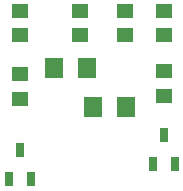
<source format=gtp>
G04 Layer: TopPasteMaskLayer*
G04 EasyEDA v6.2.44, 2019-09-24T20:15:28+02:00*
G04 525ee883efe64d3eb70f5621e6c7a3e3,c85b667672964722a5a42a972ddb0a92,10*
G04 Gerber Generator version 0.2*
G04 Scale: 100 percent, Rotated: No, Reflected: No *
G04 Dimensions in millimeters *
G04 leading zeros omitted , absolute positions ,3 integer and 3 decimal *
%FSLAX33Y33*%
%MOMM*%
G90*
G71D02*

%ADD11R,1.469898X1.160018*%
%ADD12R,1.399540X1.300480*%
%ADD13R,0.699999X1.250010*%
%ADD14R,1.600200X1.800860*%

%LPD*%
G54D11*
G01X15240Y17271D03*
G01X15240Y15239D03*
G01X3048Y17271D03*
G01X3048Y15239D03*
G01X8128Y15240D03*
G01X8128Y17272D03*
G01X11938Y15240D03*
G01X11938Y17272D03*
G54D12*
G01X3046Y11955D03*
G01X3046Y9855D03*
G01X15238Y12209D03*
G01X15238Y10109D03*
G54D13*
G01X15240Y6837D03*
G01X16189Y4338D03*
G01X14290Y4338D03*
G01X3048Y5567D03*
G01X3997Y3068D03*
G01X2098Y3068D03*
G54D14*
G01X12065Y9144D03*
G01X9271Y9144D03*
G01X8763Y12446D03*
G01X5969Y12446D03*
M00*
M02*

</source>
